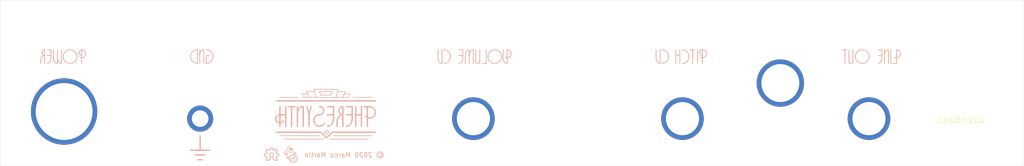
<source format=kicad_pcb>
(kicad_pcb (version 20221018) (generator pcbnew)
  (layers (0 "F.Cu" signal) (31 "B.Cu" signal) (34 "B.Paste" user) (35 "F.Paste" user) (36 "B.SilkS" user "B.Silkscreen") (37 "F.SilkS" user "F.Silkscreen") (38 "B.Mask" user) (39 "F.Mask" user) (44 "Edge.Cuts" user))
  (net 0 "")
  (footprint "theresynth-backpanel:PotentiometerPanel_Hole" (layer "F.Cu") (at 162.8 45.5)
    (fp_text reference "REF**" hide)
    (fp_text value "PotentiometerPanel_Hole" hide)
    (pad "1" thru_hole circle (at -106.3 6) (size 14 14) (drill 12) (layers "*.Cu" "*.Mask"))
  )
  (footprint "theresynth-backpanel:stereo_jack_panel_hole" (layer "F.Cu") (at 142.85 53)
    (fp_text reference "REF**" hide)
    (fp_text value "stereo_jack_panel_hole" hide)
    (pad "1" thru_hole circle (at 0 0) (size 9 9) (drill 7) (layers "*.Cu" "*.Mask"))
  )
  (footprint "theresynth-backpanel:stereo_jack_panel_hole" (layer "F.Cu") (at 186.4 53)
    (fp_text reference "REF**" hide)
    (fp_text value "stereo_jack_panel_hole" hide)
    (pad "1" thru_hole circle (at 0.55 0) (size 9 9) (drill 7) (layers "*.Cu" "*.Mask"))
  )
  (footprint "theresynth-backpanel:stereo_jack_panel_hole" (layer "F.Cu") (at 226.3 53)
    (fp_text reference "REF**" hide)
    (fp_text value "stereo_jack_panel_hole" hide)
    (pad "1" thru_hole circle (at 0 0) (size 9 9) (drill 7) (layers "*.Cu" "*.Mask"))
  )
  (footprint "theresynth-backpanel:led_panel_hole" (layer "F.Cu") (at 85.2 58.97)
    (fp_text reference "REF**" hide)
    (fp_text value "led_panel_hole" hide)
    (pad "1" thru_hole circle (at 0 -5.97) (size 5.5 5.5) (drill 3.5) (layers "*.Cu" "*.Mask"))
  )
  (footprint "theresynth-backpanel:PotentiometerPanel_Hole" (layer "F.Cu") (at 207.6 45.77)
    (fp_text reference "REF**" (at 0 0.5) (layer "F.SilkS"))
    (fp_text value "PotentiometerPanel_Hole")
    (pad "1" thru_hole circle (at 0 -0.27) (size 10 10) (drill 8) (layers "*.Cu" "*.Mask"))
  )
  (gr_curve (pts (xy 136.243308 41.361339) (xy 135.733072 41.361339) (xy 135.392913 40.851103) (xy 135.392913 40.170788)) (stroke (width 0.18)) (layer "B.SilkS"))
  (gr_curve (pts (xy 138.025541 39.919257) (xy 138.025542 40.301721) (xy 137.873608 40.66852) (xy 137.603165 40.938963)) (stroke (width 0.18)) (layer "B.SilkS"))
  (gr_curve (pts (xy 136.583459 38.477176) (xy 137.379899 38.477176) (xy 138.025541 39.122817) (xy 138.025541 39.919257)) (stroke (width 0.18)) (layer "B.SilkS"))
  (gr_line (start 135.392913 40.170788) (end 135.392913 38.47) (stroke (width 0.18)) (layer "B.SilkS"))
  (gr_line (start 136.243308 38.47) (end 136.243308 41.361339) (stroke (width 0.18)) (layer "B.SilkS"))
  (gr_curve (pts (xy 137.603165 40.938963) (xy 137.332722 41.209406) (xy 136.965923 41.361339) (xy 136.583459 41.361339)) (stroke (width 0.18)) (layer "B.SilkS"))
  (gr_line (start 110.373504 47.295764) (end 113.092421 47.295764) (stroke (width 0.15)) (layer "B.SilkS"))
  (gr_line (start 139.765356 39.67315) (end 140.615749 39.67315) (stroke (width 0.18)) (layer "B.SilkS"))
  (gr_curve (pts (xy 223.43264 39.917265) (xy 223.43264 39.402059) (xy 223.7075 38.925989) (xy 224.153681 38.668385)) (stroke (width 0.18)) (layer "B.SilkS"))
  (gr_curve (pts (xy 103.435358 60.67214) (xy 103.473938 60.64978) (xy 103.497704 60.608458) (xy 103.497704 60.56374)) (stroke (width 0.12)) (layer "B.SilkS"))
  (gr_line (start 230.400789 41.361339) (end 230.400789 38.47) (stroke (width 0.18)) (layer "B.SilkS"))
  (gr_line (start 145.548033 41.373937) (end 144.697639 41.373937) (stroke (width 0.18)) (layer "B.SilkS"))
  (gr_curve (pts (xy 143.549725 41.322429) (xy 143.41822 41.252149) (xy 143.33721 41.122267) (xy 143.33721 40.981707)) (stroke (width 0.18)) (layer "B.SilkS"))
  (gr_curve (pts (xy 110.392268 52.190886) (xy 109.806582 52.190886) (xy 109.305437 52.609322) (xy 109.203735 53.183733)) (stroke (width 0.3)) (layer "B.SilkS"))
  (gr_line (start 117.272032 52.896636) (end 117.272032 50.478775) (stroke (width 0.3)) (layer "B.SilkS"))
  (gr_line (start 100.112061 61.074126) (end 99.845323 61.718706) (stroke (width 0.18)) (layer "B.SilkS"))
  (gr_curve (pts (xy 99.170505 60.953931) (xy 99.167741 60.945179) (xy 99.158153 60.936606) (xy 99.149107 60.934964)) (stroke (width 0.18)) (layer "B.SilkS"))
  (gr_curve (pts (xy 103.473035 61.096124) (xy 104.416659 61.696018) (xy 105.47087 61.703107) (xy 105.117253 60.055589)) (stroke (width 0.12)) (layer "B.SilkS"))
  (gr_line (start 121.451641 48.52) (end 117.517891 48.52) (stroke (width 0.15)) (layer "B.SilkS"))
  (gr_curve (pts (xy 101.376202 60.36) (xy 101.379213 60.368685) (xy 101.38905 60.377145) (xy 101.398095 60.378832)) (stroke (width 0.18)) (layer "B.SilkS"))
  (gr_line (start 229.550395 39.660551) (end 229.550395 38.470001) (stroke (width 0.18)) (layer "B.SilkS"))
  (gr_curve (pts (xy 191.953252 39.019222) (xy 192.073295 39.349037) (xy 191.97424 39.718715) (xy 191.705372 39.944321)) (stroke (width 0.18)) (layer "B.SilkS"))
  (gr_curve (pts (xy 99.694686 61.657461) (xy 99.686769 61.652848) (xy 99.674121 61.653231) (xy 99.666561 61.658429)) (stroke (width 0.18)) (layer "B.SilkS"))
  (gr_line (start 141.125986 39.67315) (end 141.125986 41.373937) (stroke (width 0.18)) (layer "B.SilkS"))
  (gr_line (start 98.78823 60.447615) (end 99.158108 60.378832) (stroke (width 0.18)) (layer "B.SilkS"))
  (gr_curve (pts (xy 141.976379 38.482599) (xy 141.466143 38.482599) (xy 141.125986 38.992835) (xy 141.125986 39.67315)) (stroke (width 0.18)) (layer "B.SilkS"))
  (gr_curve (pts (xy 104.166467 59.438445) (xy 104.166467 59.51023) (xy 104.204618 59.576563) (xy 104.266549 59.612456)) (stroke (width 0.12)) (layer "B.SilkS"))
  (gr_line (start 104.487343 54.641163) (end 104.487343 50.478775) (stroke (width 0.3)) (layer "B.SilkS"))
  (gr_curve (pts (xy 112.108984 54.610557) (xy 112.846563 54.610557) (xy 113.338281 53.876021) (xy 113.338281 52.896636)) (stroke (width 0.3)) (layer "B.SilkS"))
  (gr_line (start 85.956694 41.358977) (end 85.956694 38.467638) (stroke (width 0.18)) (layer "B.SilkS"))
  (gr_line (start 112.108984 52.192701) (end 113.338281 52.192701) (stroke (width 0.3)) (layer "B.SilkS"))
  (gr_line (start 101.784352 60.46737) (end 101.78433 60.848047) (stroke (width 0.18)) (layer "B.SilkS"))
  (gr_curve (pts (xy 190.553422 39.065941) (xy 190.553422 39.394336) (xy 190.819638 39.660551) (xy 191.148033 39.660551)) (stroke (width 0.18)) (layer "B.SilkS"))
  (gr_curve (pts (xy 86.466929 38.472343) (xy 87.26337 38.472343) (xy 87.909011 39.117985) (xy 87.909011 39.914425)) (stroke (width 0.18)) (layer "B.SilkS"))
  (gr_curve (pts (xy 58.482151 38.666023) (xy 58.928333 38.923626) (xy 59.203192 39.399697) (xy 59.203192 39.914903)) (stroke (width 0.18)) (layer "B.SilkS"))
  (gr_curve (pts (xy 232.887818 39.025949) (xy 233.007861 39.355763) (xy 232.908806 39.725441) (xy 232.639938 39.951048)) (stroke (width 0.18)) (layer "B.SilkS"))
  (gr_line (start 101.208554 59.458065) (end 101.477743 59.727232) (stroke (width 0.18)) (layer "B.SilkS"))
  (gr_curve (pts (xy 182.583459 38.477176) (xy 183.379899 38.477176) (xy 184.025541 39.122817) (xy 184.025541 39.919257)) (stroke (width 0.18)) (layer "B.SilkS"))
  (gr_curve (pts (xy 58.482151 41.163782) (xy 58.03597 41.421385) (xy 57.486251 41.421385) (xy 57.040069 41.163782)) (stroke (width 0.18)) (layer "B.SilkS"))
  (gr_line (start 107.758003 50.478775) (end 108.175234 52.192701) (stroke (width 0.3)) (layer "B.SilkS"))
  (gr_curve (pts (xy 104.12 59.281808) (xy 103.985078 59.360003) (xy 103.901962 59.504514) (xy 103.901962 59.660904)) (stroke (width 0.12)) (layer "B.SilkS"))
  (gr_line (start 114.075859 53.906631) (end 114.075859 54.641172) (stroke (width 0.3)) (layer "B.SilkS"))
  (gr_curve (pts (xy 115.305156 52.192701) (xy 114.567578 52.192701) (xy 114.075859 52.927241) (xy 114.075859 53.906631)) (stroke (width 0.3)) (layer "B.SilkS"))
  (gr_curve (pts (xy 224.153681 41.166145) (xy 223.7075 40.908541) (xy 223.43264 40.432471) (xy 223.43264 39.917265)) (stroke (width 0.18)) (layer "B.SilkS"))
  (gr_line (start 115.305156 54.641172) (end 115.305156 50.478775) (stroke (width 0.3)) (layer "B.SilkS"))
  (gr_line (start 86.2 60.67) (end 84.2 60.67) (stroke (width 0.3)) (layer "B.SilkS"))
  (gr_curve (pts (xy 99.977894 59.57214) (xy 99.986601 59.569259) (xy 99.995084 59.559517) (xy 99.996794 59.550495)) (stroke (width 0.18)) (layer "B.SilkS"))
  (gr_line (start 101.183012 61.85976) (end 100.889657 61.658407) (stroke (width 0.18)) (layer "B.SilkS"))
  (gr_line (start 222.066925 40.976233) (end 222.066925 38.475649) (stroke (width 0.18)) (layer "B.SilkS"))
  (gr_curve (pts (xy 60.2126 38.467638) (xy 59.884205 38.467638) (xy 59.617989 38.735184) (xy 59.617989 39.063579)) (stroke (width 0.18)) (layer "B.SilkS"))
  (gr_line (start 185.535434 41.361339) (end 185.535434 38.47) (stroke (width 0.18)) (layer "B.SilkS"))
  (gr_line (start 115.598452 47.785459) (end 116.780313 47.785459) (stroke (width 0.15)) (layer "B.SilkS"))
  (gr_curve (pts (xy 83.576362 40.936602) (xy 83.846804 41.207045) (xy 84.213604 41.358978) (xy 84.596068 41.358978)) (stroke (width 0.18)) (layer "B.SilkS"))
  (gr_line (start 115.305156 50.478775) (end 115.305156 50.478775) (stroke (width 0.3)) (layer "B.SilkS"))
  (gr_line (start 104.370206 58.936117) (end 103.730391 58.943294) (stroke (width 0.12)) (layer "B.SilkS"))
  (gr_line (start 122.189219 49.25454) (end 101.291173 49.25454) (stroke (width 0.3)) (layer "B.SilkS"))
  (gr_line (start 104.909939 60.400042) (end 105.631965 61.82091) (stroke (width 0.12)) (layer "B.SilkS"))
  (gr_curve (pts (xy 101.76795 60.447615) (xy 101.776994 60.449325) (xy 101.784352 60.45819) (xy 101.784352 60.46737)) (stroke (width 0.18)) (layer "B.SilkS"))
  (gr_line (start 103.749764 50.478775) (end 105.224921 50.478775) (stroke (width 0.3)) (layer "B.SilkS"))
  (gr_line (start 116.042734 52.192701) (end 117.272032 52.192701) (stroke (width 0.3)) (layer "B.SilkS"))
  (gr_line (start 105.716639 52.192701) (end 105.716639 50.478775) (stroke (width 0.3)) (layer "B.SilkS"))
  (gr_line (start 144.187403 40.983068) (end 144.187267 40.981707) (stroke (width 0.18)) (layer "B.SilkS"))
  (gr_line (start 111.863124 57.089634) (end 110.63383 55.865403) (stroke (width 0.3)) (layer "B.SilkS"))
  (gr_line (start 108.593925 50.478775) (end 108.175234 52.192701) (stroke (width 0.3)) (layer "B.SilkS"))
  (gr_curve (pts (xy 83.153985 39.916896) (xy 83.153985 40.29936) (xy 83.305919 40.666159) (xy 83.576362 40.936602)) (stroke (width 0.18)) (layer "B.SilkS"))
  (gr_curve (pts (xy 110.387968 50.478775) (xy 110.487396 50.47835) (xy 110.588255 50.494975) (xy 110.68625 50.530496)) (stroke (width 0.3)) (layer "B.SilkS"))
  (gr_curve (pts (xy 139.765356 41.352677) (xy 140.275592 41.352677) (xy 140.615749 40.842441) (xy 140.615749 40.162126)) (stroke (width 0.18)) (layer "B.SilkS"))
  (gr_line (start 149.119686 40.183386) (end 149.119686 38.482599) (stroke (width 0.18)) (layer "B.SilkS"))
  (gr_line (start 121.451641 56.599939) (end 113.338281 56.599939) (stroke (width 0.15)) (layer "B.SilkS"))
  (gr_line (start 119.730626 50.478775) (end 120.959923 50.478775) (stroke (width 0.3)) (layer "B.SilkS"))
  (gr_line (start 101.480108 59.752792) (end 101.264579 60.066892) (stroke (width 0.18)) (layer "B.SilkS"))
  (gr_line (start 55.96063 38.467638) (end 55.96063 41.358977) (stroke (width 0.18)) (layer "B.SilkS"))
  (gr_line (start 188.596852 38.47) (end 189.617324 38.47) (stroke (width 0.18)) (layer "B.SilkS"))
  (gr_line (start 140.615749 38.482599) (end 139.765356 38.482599) (stroke (width 0.18)) (layer "B.SilkS"))
  (gr_line (start 103.901962 59.660904) (end 103.901962 59.660904) (stroke (width 0.12)) (layer "B.SilkS"))
  (gr_curve (pts (xy 52.388978 39.658191) (xy 51.878741 39.658191) (xy 51.538584 40.168427) (xy 51.538584 40.848742)) (stroke (width 0.18)) (layer "B.SilkS"))
  (gr_curve (pts (xy 52.899214 41.358977) (xy 53.40945 41.358977) (xy 53.749608 40.84874) (xy 53.749608 40.168426)) (stroke (width 0.18)) (layer "B.SilkS"))
  (gr_line (start 99.347647 61.857419) (end 99.078434 61.588251) (stroke (width 0.18)) (layer "B.SilkS"))
  (gr_curve (pts (xy 100.834671 59.677102) (xy 100.842903 59.681153) (xy 100.855867 59.68023) (xy 100.863404 59.675032)) (stroke (width 0.18)) (layer "B.SilkS"))
  (gr_line (start 52.388978 38.46764) (end 52.388978 38.46764) (stroke (width 0.18)) (layer "B.SilkS"))
  (gr_line (start 85.106301 39.658189) (end 85.106301 38.467638) (stroke (width 0.18)) (layer "B.SilkS"))
  (gr_line (start 100.861532 61.657439) (end 100.732157 61.726514) (stroke (width 0.18)) (layer "B.SilkS"))
  (gr_line (start 120.468204 54.641163) (end 120.468204 50.478775) (stroke (width 0.3)) (layer "B.SilkS"))
  (gr_curve (pts (xy 84.596068 38.474814) (xy 84.213604 38.474814) (xy 83.846804 38.626747) (xy 83.576361 38.89719)) (stroke (width 0.18)) (layer "B.SilkS"))
  (gr_line (start 115.305156 48.52) (end 115.796875 47.295769) (stroke (width 0.15)) (layer "B.SilkS"))
  (gr_curve (pts (xy 101.480148 61.562647) (xy 101.485327 61.570207) (xy 101.484264 61.581727) (xy 101.477784 61.58823)) (stroke (width 0.18)) (layer "B.SilkS"))
  (gr_line (start 102.028752 56.599939) (end 110.387968 56.599939) (stroke (width 0.15)) (layer "B.SilkS"))
  (gr_curve (pts (xy 101.407139 60.934942) (xy 101.398117 60.936584) (xy 101.388465 60.945157) (xy 101.38572 60.95391)) (stroke (width 0.18)) (layer "B.SilkS"))
  (gr_curve (pts (xy 146.629949 38.675) (xy 147.076131 38.417397) (xy 147.625849 38.417397) (xy 148.072031 38.675)) (stroke (width 0.18)) (layer "B.SilkS"))
  (gr_curve (pts (xy 101.264579 60.066892) (xy 101.259401 60.074497) (xy 101.258593 60.087322) (xy 101.262802 60.09549)) (stroke (width 0.18)) (layer "B.SilkS"))
  (gr_line (start 149.97008 38.482599) (end 149.97008 41.373937) (stroke (width 0.18)) (layer "B.SilkS"))
  (gr_curve (pts (xy 103.662478 60.425159) (xy 103.662478 60.274555) (xy 103.540854 60.152467) (xy 103.390824 60.152467)) (stroke (width 0.12)) (layer "B.SilkS"))
  (gr_line (start 55.110238 38.467638) (end 55.110238 41.358977) (stroke (width 0.18)) (layer "B.SilkS"))
  (gr_curve (pts (xy 103.248318 60.56374) (xy 103.248318 60.608458) (xy 103.272084 60.64978) (xy 103.310665 60.67214)) (stroke (width 0.12)) (layer "B.SilkS"))
  (gr_curve (pts (xy 109.979495 54.521853) (xy 110.529859 54.721347) (xy 111.144603 54.49851) (xy 111.437446 53.993389)) (stroke (width 0.3)) (layer "B.SilkS"))
  (gr_line (start 106.700078 47.785459) (end 106.945937 48.52) (stroke (width 0.15)) (layer "B.SilkS"))
  (gr_curve (pts (xy 116.042734 54.610557) (xy 116.780313 54.610557) (xy 117.272032 53.876021) (xy 117.272032 52.896636)) (stroke (width 0.3)) (layer "B.SilkS"))
  (gr_line (start 108.175234 54.641163) (end 108.175234 52.192701) (stroke (width 0.3)) (layer "B.SilkS"))
  (gr_curve (pts (xy 56.319028 39.914903) (xy 56.319028 39.399697) (xy 56.593888 38.923626) (xy 57.040069 38.666023)) (stroke (width 0.18)) (layer "B.SilkS"))
  (gr_curve (pts (xy 228.189765 41.340079) (xy 228.700002 41.340079) (xy 229.040159 40.829843) (xy 229.040159 40.149528)) (stroke (width 0.18)) (layer "B.SilkS"))
  (gr_line (start 86.466929 41.358977) (end 86.466929 41.358977) (stroke (width 0.18)) (layer "B.SilkS"))
  (gr_curve (pts (xy 104.556075 60.04) (xy 104.690997 59.961805) (xy 104.774112 59.817294) (xy 104.774112 59.660904)) (stroke (width 0.12)) (layer "B.SilkS"))
  (gr_curve (pts (xy 103.497704 60.56374) (xy 103.497704 60.519021) (xy 103.473938 60.477699) (xy 103.435358 60.455339)) (stroke (width 0.12)) (layer "B.SilkS"))
  (gr_curve (pts (xy 55.110238 41.358977) (xy 54.6 41.358977) (xy 54.259846 40.84874) (xy 54.259846 40.168426)) (stroke (width 0.18)) (layer "B.SilkS"))
  (gr_line (start 228.189765 39.660551) (end 229.040159 39.660551) (stroke (width 0.18)) (layer "B.SilkS"))
  (gr_line (start 101.291173 55.865403) (end 101.291173 55.865403) (stroke (width 0.3)) (layer "B.SilkS"))
  (gr_curve (pts (xy 101.208572 61.857397) (xy 101.202092 61.863855) (xy 101.190594 61.864912) (xy 101.183012 61.85976)) (stroke (width 0.18)) (layer "B.SilkS"))
  (gr_line (start 109.158671 46.806069) (end 114.321719 46.806069) (stroke (width 0.15)) (layer "B.SilkS"))
  (gr_line (start 189.107088 41.361339) (end 189.107088 38.47) (stroke (width 0.18)) (layer "B.SilkS"))
  (gr_line (start 142.826773 41.373937) (end 142.826773 38.482599) (stroke (width 0.18)) (layer "B.SilkS"))
  (gr_curve (pts (xy 104.566798 59.438445) (xy 104.566798 59.366659) (xy 104.528646 59.300327) (xy 104.466715 59.264434)) (stroke (width 0.12)) (layer "B.SilkS"))
  (gr_curve (pts (xy 145.908908 39.92388) (xy 145.908908 39.408674) (xy 146.183767 38.932604) (xy 146.629949 38.675)) (stroke (width 0.18)) (layer "B.SilkS"))
  (gr_line (start 105.716639 52.192701) (end 105.716639 54.641163) (stroke (width 0.3)) (layer "B.SilkS"))
  (gr_curve (pts (xy 100.889657 61.658407) (xy 100.882097 61.653232) (xy 100.86943 61.652827) (xy 100.861532 61.657439)) (stroke (width 0.18)) (layer "B.SilkS"))
  (gr_line (start 229.550395 38.470001) (end 229.550395 38.470001) (stroke (width 0.18)) (layer "B.SilkS"))
  (gr_line (start 85.106301 38.467638) (end 85.106301 38.467638) (stroke (width 0.18)) (layer "B.SilkS"))
  (gr_line (start 101.262802 60.09549) (end 101.376202 60.36) (stroke (width 0.18)) (layer "B.SilkS"))
  (gr_curve (pts (xy 103.390824 60.152467) (xy 103.240794 60.152467) (xy 103.119171 60.274555) (xy 103.119171 60.425159)) (stroke (width 0.12)) (layer "B.SilkS"))
  (gr_line (start 53.749608 38.488898) (end 52.899214 38.488898) (stroke (width 0.18)) (layer "B.SilkS"))
  (gr_line (start 60.2126 38.467638) (end 60.2126 38.467638) (stroke (width 0.18)) (layer "B.SilkS"))
  (gr_line (start 101.38572 60.95391) (end 101.273084 61.235272) (stroke (width 0.18)) (layer "B.SilkS"))
  (gr_curve (pts (xy 225.595763 38.668385) (xy 226.041945 38.925989) (xy 226.316804 39.402059) (xy 226.316804 39.917265)) (stroke (width 0.18)) (layer "B.SilkS"))
  (gr_curve (pts (xy 101.477743 59.727232) (xy 101.484223 59.733735) (xy 101.485303 59.745232) (xy 101.480108 59.752792)) (stroke (width 0.18)) (layer "B.SilkS"))
  (gr_line (start 99.373138 59.455702) (end 99.692751 59.675032) (stroke (width 0.18)) (layer "B.SilkS"))
  (gr_line (start 99.07607 61.562669) (end 99.281023 61.264026) (stroke (width 0.18)) (layer "B.SilkS"))
  (gr_curve (pts (xy 120.959721 50.480421) (xy 121.505957 50.480421) (xy 121.984091 50.845796) (xy 122.125466 51.371246)) (stroke (width 0.3)) (layer "B.SilkS"))
  (gr_line (start 111.863124 56.355093) (end 112.354844 55.865403) (stroke (width 0.15)) (layer "B.SilkS"))
  (gr_line (start 111.740195 48.52) (end 109.65039 48.52) (stroke (width 0.15)) (layer "B.SilkS"))
  (gr_line (start 100.071851 61.030206) (end 100.104229 61.050029) (stroke (width 0.18)) (layer "B.SilkS"))
  (gr_curve (pts (xy 60.770713 39.941959) (xy 60.501845 40.167565) (xy 60.120583 40.200921) (xy 59.816624 40.02543)) (stroke (width 0.18)) (layer "B.SilkS"))
  (gr_line (start 141.976379 41.373937) (end 141.976379 38.482599) (stroke (width 0.18)) (layer "B.SilkS"))
  (gr_line (start 99.18 60.36) (end 99.293377 60.09549) (stroke (width 0.18)) (layer "B.SilkS"))
  (gr_line (start 101.291173 55.865403) (end 101.291173 55.865403) (stroke (width 0.3)) (layer "B.SilkS"))
  (gr_line (start 143.33721 40.981707) (end 143.33704 40.983238) (stroke (width 0.18)) (layer "B.SilkS"))
  (gr_line (start 107.881938 47.785459) (end 106.700078 47.785459) (stroke (width 0.15)) (layer "B.SilkS"))
  (gr_curve (pts (xy 114.44561 51.336695) (xy 114.44561 51.80945) (xy 114.830441 52.192701) (xy 115.305156 52.192701)) (stroke (width 0.3)) (layer "B.SilkS"))
  (gr_line (start 220.706301 38.47) (end 221.726773 38.47) (stroke (width 0.18)) (layer "B.SilkS"))
  (gr_line (start 53.749608 40.168426) (end 53.749608 38.488898) (stroke (width 0.18)) (layer "B.SilkS"))
  (gr_line (start 148.793072 39.92388) (end 148.793072 39.92388) (stroke (width 0.18)) (layer "B.SilkS"))
  (gr_line (start 102.028749 54.641163) (end 102.028749 50.478775) (stroke (width 0.3)) (layer "B.SilkS"))
  (gr_curve (pts (xy 232.639938 39.951048) (xy 232.371071 40.176654) (xy 231.989809 40.21001) (xy 231.68585 40.034519)) (stroke (width 0.18)) (layer "B.SilkS"))
  (gr_line (start 111.863124 55.375708) (end 111.371406 55.865403) (stroke (width 0.15)) (layer "B.SilkS"))
  (gr_curve (pts (xy 222.704639 41.315424) (xy 222.573134 41.385704) (xy 222.411115 41.385704) (xy 222.279611 41.315424)) (stroke (width 0.18)) (layer "B.SilkS"))
  (gr_line (start 51.538584 40.848742) (end 51.538584 41.358978) (stroke (width 0.18)) (layer "B.SilkS"))
  (gr_curve (pts (xy 99.281023 61.264026) (xy 99.286193 61.256466) (xy 99.287162 61.243551) (xy 99.28314 61.235294)) (stroke (width 0.18)) (layer "B.SilkS"))
  (gr_curve (pts (xy 100.559339 59.550495) (xy 100.561048 59.559517) (xy 100.569508 59.56926) (xy 100.578239 59.57214)) (stroke (width 0.18)) (layer "B.SilkS"))
  (gr_line (start 111.732962 48.030305) (end 110.632451 48.030305) (stroke (width 0.15)) (layer "B.SilkS"))
  (gr_line (start 191.148033 38.47) (end 191.148033 38.47) (stroke (width 0.18)) (layer "B.SilkS"))
  (gr_curve (pts (xy 99.076069 59.752792) (xy 99.070916 59.745232) (xy 99.071928 59.733735) (xy 99.078433 59.727232)) (stroke (width 0.18)) (layer "B.SilkS"))
  (gr_curve (pts (xy 100.732157 61.726514) (xy 100.723968 61.730699) (xy 100.714405 61.727169) (xy 100.710895 61.718684)) (stroke (width 0.18)) (layer "B.SilkS"))
  (gr_curve (pts (xy 99.857135 60.659901) (xy 99.857135 60.808896) (xy 99.934602 60.939734) (xy 100.051421 61.014524)) (stroke (width 0.18)) (layer "B.SilkS"))
  (gr_line (start 109.65039 48.52) (end 109.158671 46.806069) (stroke (width 0.15)) (layer "B.SilkS"))
  (gr_line (start 101.291173 55.865403) (end 101.291173 55.865403) (stroke (width 0.3)) (layer "B.SilkS"))
  (gr_line (start 113.83 48.52) (end 111.740195 48.52) (stroke (width 0.15)) (layer "B.SilkS"))
  (gr_line (start 110.392268 52.190886) (end 110.392268 52.190886) (stroke (width 0.3)) (layer "B.SilkS"))
  (gr_curve (pts (xy 105.110105 60.023297) (xy 104.825723 60.702113) (xy 104.25191 61.005476) (xy 103.448015 61.081772)) (stroke (width 0.12)) (layer "B.SilkS"))
  (gr_curve (pts (xy 100.051421 61.014524) (xy 100.057748 61.020284) (xy 100.065889 61.026561) (xy 100.071851 61.030206)) (stroke (width 0.18)) (layer "B.SilkS"))
  (gr_line (start 103.540949 59.79725) (end 102.861815 60.044825) (stroke (width 0.12)) (layer "B.SilkS"))
  (gr_line (start 181.392913 40.170788) (end 181.392913 38.47) (stroke (width 0.18)) (layer "B.SilkS"))
  (gr_curve (pts (xy 148.793072 39.92388) (xy 148.793072 40.439086) (xy 148.518213 40.915156) (xy 148.072031 41.17276)) (stroke (width 0.18)) (layer "B.SilkS"))
  (gr_curve (pts (xy 109.203735 53.183733) (xy 109.102033 53.758144) (xy 109.429132 54.322363) (xy 109.979495 54.521853)) (stroke (width 0.3)) (layer "B.SilkS"))
  (gr_line (start 101.398095 60.378832) (end 101.76795 60.447615) (stroke (width 0.18)) (layer "B.SilkS"))
  (gr_line (start 230.911025 41.361339) (end 230.911025 38.47) (stroke (width 0.18)) (layer "B.SilkS"))
  (gr_line (start 118.00961 52.192701) (end 119.238907 52.192701) (stroke (width 0.3)) (layer "B.SilkS"))
  (gr_curve (pts (xy 101.273084 61.235272) (xy 101.269053 61.243529) (xy 101.270006 61.256445) (xy 101.275219 61.264005)) (stroke (width 0.18)) (layer "B.SilkS"))
  (gr_curve (pts (xy 186.896066 38.477176) (xy 187.692506 38.477176) (xy 188.338148 39.122817) (xy 188.338148 39.919257)) (stroke (width 0.18)) (layer "B.SilkS"))
  (gr_line (start 112.600703 57.334479) (end 120.714063 57.334479) (stroke (width 0.15)) (layer "B.SilkS"))
  (gr_line (start 229.040159 38.47) (end 228.189765 38.47) (stroke (width 0.18)) (layer "B.SilkS"))
  (gr_line (start 112.354844 55.865403) (end 111.863124 55.375708) (stroke (width 0.15)) (layer "B.SilkS"))
  (gr_curve (pts (xy 122.125466 51.371246) (xy 122.266842 51.896696) (xy 122.036208 52.451201) (xy 121.563155 52.723194)) (stroke (width 0.3)) (layer "B.SilkS"))
  (gr_line (start 229.040159 40.149528) (end 229.040159 38.47) (stroke (width 0.18)) (layer "B.SilkS"))
  (gr_curve (pts (xy 57.040069 41.163782) (xy 56.593888 40.906179) (xy 56.319028 40.430109) (xy 56.319028 39.914903)) (stroke (width 0.18)) (layer "B.SilkS"))
  (gr_line (start 106.945937 54.641163) (end 106.945937 50.478775) (stroke (width 0.3)) (layer "B.SilkS"))
  (gr_line (start 112.833475 48.030305) (end 111.732962 48.030305) (stroke (width 0.15)) (layer "B.SilkS"))
  (gr_line (start 118.00961 54.641163) (end 118.00961 50.478775) (stroke (width 0.3)) (layer "B.SilkS"))
  (gr_curve (pts (xy 103.310665 60.67214) (xy 103.349245 60.6945) (xy 103.396778 60.6945) (xy 103.435358 60.67214)) (stroke (width 0.12)) (layer "B.SilkS"))
  (gr_curve (pts (xy 230.400789 38.47) (xy 229.890552 38.47) (xy 229.550395 38.980237) (xy 229.550395 39.660551)) (stroke (width 0.18)) (layer "B.SilkS"))
  (gr_curve (pts (xy 100.104229 61.050029) (xy 100.112019 61.054822) (xy 100.115569 61.065644) (xy 100.112061 61.074126)) (stroke (width 0.18)) (layer "B.SilkS"))
  (gr_line (start 222.91729 38.475594) (end 222.91729 40.976063) (stroke (width 0.18)) (layer "B.SilkS"))
  (gr_curve (pts (xy 146.629949 41.17276) (xy 146.183767 40.915156) (xy 145.908908 40.439086) (xy 145.908908 39.92388)) (stroke (width 0.18)) (layer "B.SilkS"))
  (gr_line (start 101.767928 60.867802) (end 101.407139 60.934942) (stroke (width 0.18)) (layer "B.SilkS"))
  (gr_line (start 101.275219 61.264005) (end 101.480148 61.562647) (stroke (width 0.18)) (layer "B.SilkS"))
  (gr_line (start 222.91729 40.976063) (end 222.917154 40.974702) (stroke (width 0.18)) (layer "B.SilkS"))
  (gr_curve (pts (xy 149.97008 41.373937) (xy 149.459844 41.373937) (xy 149.119686 40.863701) (xy 149.119686 40.183386)) (stroke (width 0.18)) (layer "B.SilkS"))
  (gr_curve (pts (xy 222.279611 41.315424) (xy 222.148106 41.245145) (xy 222.067095 41.115262) (xy 222.067095 40.974702)) (stroke (width 0.18)) (layer "B.SilkS"))
  (gr_curve (pts (xy 100.484344 61.030206) (xy 100.490331 61.026562) (xy 100.498451 61.020284) (xy 100.504819 61.014524)) (stroke (width 0.18)) (layer "B.SilkS"))
  (gr_line (start 113.83 48.52) (end 115.305156 48.52) (stroke (width 0.15)) (layer "B.SilkS"))
  (gr_curve (pts (xy 59.617989 39.063579) (xy 59.617989 39.391974) (xy 59.884205 39.658189) (xy 60.2126 39.658189)) (stroke (width 0.18)) (layer "B.SilkS"))
  (gr_line (start 85.6 61.67) (end 84.7 61.67) (stroke (width 0.3)) (layer "B.SilkS"))
  (gr_line (start 85.2 56.67) (end 85.2 59.67) (stroke (width 0.3)) (layer "B.SilkS"))
  (gr_line (start 105.716639 50.478775) (end 105.716639 50.478775) (stroke (width 0.3)) (layer "B.SilkS"))
  (gr_line (start 226.316804 39.917265) (end 226.316804 39.917265) (stroke (width 0.18)) (layer "B.SilkS"))
  (gr_line (start 99.149107 60.934964) (end 98.78832 60.867824) (stroke (width 0.18)) (layer "B.SilkS"))
  (gr_curve (pts (xy 104.266549 59.612456) (xy 104.328481 59.648349) (xy 104.404784 59.648349) (xy 104.466715 59.612456)) (stroke (width 0.12)) (layer "B.SilkS"))
  (gr_line (start 102.861815 60.044825) (end 102.908282 60.446687) (stroke (width 0.12)) (layer "B.SilkS"))
  (gr_line (start 109.65039 48.52) (end 108.175234 48.52) (stroke (width 0.15)) (layer "B.SilkS"))
  (gr_line (start 103.258046 54.641163) (end 103.258046 50.478775) (stroke (width 0.3)) (layer "B.SilkS"))
  (gr_curve (pts (xy 87.909011 39.914425) (xy 87.909011 40.710864) (xy 87.26337 41.358977) (xy 86.466929 41.358977)) (stroke (width 0.18)) (layer "B.SilkS"))
  (gr_line (start 100.710895 61.718684) (end 100.444135 61.074126) (stroke (width 0.18)) (layer "B.SilkS"))
  (gr_curve (pts (xy 104.266549 59.264434) (xy 104.204618 59.300327) (xy 104.166467 59.366659) (xy 104.166467 59.438445)) (stroke (width 0.12)) (layer "B.SilkS"))
  (gr_curve (pts (xy 101.78433 60.848047) (xy 101.78433 60.857227) (xy 101.776949 60.86616) (xy 101.767928 60.867802)) (stroke (width 0.18)) (layer "B.SilkS"))
  (gr_curve (pts (xy 182.243308 41.361339) (xy 181.733072 41.361339) (xy 181.392913 40.851103) (xy 181.392913 40.170788)) (stroke (width 0.18)) (layer "B.SilkS"))
  (gr_line (start 84.596068 41.361448) (end 84.596068 38.470109) (stroke (width 0.18)) (layer "B.SilkS"))
  (gr_curve (pts (xy 101.167537 52.900901) (xy 101.095103 53.310004) (xy 101.328067 53.711848) (xy 101.720043 53.853928)) (stroke (width 0.3)) (layer "B.SilkS"))
  (gr_line (start 103.730391 58.943294) (end 103.540949 59.79725) (stroke (width 0.12)) (layer "B.SilkS"))
  (gr_curve (pts (xy 191.148033 38.47) (xy 190.819638 38.47) (xy 190.553422 38.737546) (xy 190.553422 39.065941)) (stroke (width 0.18)) (layer "B.SilkS"))
  (gr_line (start 145.548033 38.482599) (end 145.548033 41.373937) (stroke (width 0.18)) (layer "B.SilkS"))
  (gr_line (start 103.959152 61.010011) (end 104.488161 62.072074) (stroke (width 0.12)) (layer "B.SilkS"))
  (gr_curve (pts (xy 103.390824 60.69785) (xy 103.540854 60.69785) (xy 103.662478 60.575762) (xy 103.662478 60.425159)) (stroke (width 0.12)) (layer "B.SilkS"))
  (gr_curve (pts (xy 104.774112 59.660904) (xy 104.774112 59.504514) (xy 104.690997 59.360003) (xy 104.556075 59.281808)) (stroke (width 0.12)) (layer "B.SilkS"))
  (gr_curve (pts (xy 52.388978 38.46764) (xy 52.060583 38.46764) (xy 51.794367 38.735183) (xy 51.794367 39.063578)) (stroke (width 0.18)) (layer "B.SilkS"))
  (gr_line (start 99.291574 60.066892) (end 99.076069 59.752792) (stroke (width 0.18)) (layer "B.SilkS"))
  (gr_curve (pts (xy 111.238757 51.483524) (xy 111.166322 51.892627) (xy 110.809401 52.190886) (xy 110.392268 52.190886)) (stroke (width 0.3)) (layer "B.SilkS"))
  (gr_curve (pts (xy 104.12 60.04) (xy 104.254922 60.118195) (xy 104.421153 60.118195) (xy 104.556075 60.04)) (stroke (width 0.12)) (layer "B.SilkS"))
  (gr_curve (pts (xy 99.347601 59.458065) (xy 99.354106 59.451562) (xy 99.365578 59.450505) (xy 99.373138 59.455702)) (stroke (width 0.18)) (layer "B.SilkS"))
  (gr_line (start 122.189219 55.865403) (end 113.092421 55.865403) (stroke (width 0.3)) (layer "B.SilkS"))
  (gr_curve (pts (xy 232.103289 38.476616) (xy 232.45427 38.476616) (xy 232.767775 38.696134) (xy 232.887818 39.025949)) (stroke (width 0.18)) (layer "B.SilkS"))
  (gr_line (start 99.721483 59.677102) (end 99.977894 59.57214) (stroke (width 0.18)) (layer "B.SilkS"))
  (gr_curve (pts (xy 102.014026 52.193539) (xy 101.596894 52.193539) (xy 101.239972 52.491797) (xy 101.167537 52.900901)) (stroke (width 0.3)) (layer "B.SilkS"))
  (gr_curve (pts (xy 222.917154 40.974702) (xy 222.917154 41.115262) (xy 222.836144 41.245145) (xy 222.704639 41.315424)) (stroke (width 0.18)) (layer "B.SilkS"))
  (gr_curve (pts (xy 148.072031 41.17276) (xy 147.625849 41.430363) (xy 147.076131 41.430363) (xy 146.629949 41.17276)) (stroke (width 0.18)) (layer "B.SilkS"))
  (gr_curve (pts (xy 99.373184 61.859781) (xy 99.365624 61.864934) (xy 99.354104 61.863876) (xy 99.347647 61.857419)) (stroke (width 0.18)) (layer "B.SilkS"))
  (gr_line (start 106.945937 48.52) (end 108.175234 48.52) (stroke (width 0.15)) (layer "B.SilkS"))
  (gr_curve (pts (xy 103.310665 60.455339) (xy 103.272084 60.477699) (xy 103.248318 60.519021) (xy 103.248318 60.56374)) (stroke (width 0.12)) (layer "B.SilkS"))
  (gr_curve (pts (xy 188.338148 39.919257) (xy 188.338148 40.301721) (xy 188.186215 40.66852) (xy 187.915772 40.938963)) (stroke (width 0.18)) (layer "B.SilkS"))
  (gr_line (start 117.272032 50.478775) (end 116.042734 50.478775) (stroke (width 0.3)) (layer "B.SilkS"))
  (gr_poly (pts (xy 103.32 60.6) (xy 103.43 60.62) (xy 103.43 60.5) (xy 103.31 60.5)) (stroke (width 0.1)) (fill solid) (layer "B.SilkS"))
  (gr_curve (pts (xy 187.915772 40.938963) (xy 187.645329 41.209406) (xy 187.27853 41.361339) (xy 186.896066 41.361339)) (stroke (width 0.18)) (layer "B.SilkS"))
  (gr_line (start 232.101576 38.47) (end 232.101576 41.361339) (stroke (width 0.18)) (layer "B.SilkS"))
  (gr_line (start 87.2 59.67) (end 83.2 59.67) (stroke (width 0.3)) (layer "B.SilkS"))
  (gr_line (start 140.615749 40.162126) (end 140.615749 38.482599) (stroke (width 0.18)) (layer "B.SilkS"))
  (gr_line (start 113.092421 47.295764) (end 112.833475 48.030305) (stroke (width 0.15)) (layer "B.SilkS"))
  (gr_line (start 108.175234 48.52) (end 107.683515 47.295769) (stroke (width 0.15)) (layer "B.SilkS"))
  (gr_line (start 143.33704 40.983238) (end 143.33704 38.482648) (stroke (width 0.18)) (layer "B.SilkS"))
  (gr_line (start 105.962499 48.52) (end 102.028749 48.52) (stroke (width 0.15)) (layer "B.SilkS"))
  (gr_line (start 119.238907 54.641163) (end 119.238907 50.478775) (stroke (width 0.3)) (layer "B.SilkS"))
  (gr_curve (pts (xy 100.699107 60.659901) (xy 100.699107 60.427386) (xy 100.510602 60.238904) (xy 100.278109 60.238904)) (stroke (width 0.18)) (layer "B.SilkS"))
  (gr_line (start 107.683515 47.295769) (end 109.298101 47.295769) (stroke (width 0.15)) (layer "B.SilkS"))
  (gr_curve (pts (xy 184.025541 39.919257) (xy 184.025542 40.301721) (xy 183.873608 40.66852) (xy 183.603165 40.938963)) (stroke (width 0.18)) (layer "B.SilkS"))
  (gr_curve (pts (xy 150.506451 39.958178) (xy 150.237583 40.183784) (xy 149.856322 40.21714) (xy 149.552363 40.041649)) (stroke (width 0.18)) (layer "B.SilkS"))
  (gr_line (start 99.078433 59.727232) (end 99.347601 59.458065) (stroke (width 0.18)) (layer "B.SilkS"))
  (gr_curve (pts (xy 103.448015 61.081772) (xy 104.824469 63.089737) (xy 106.651306 62.310583) (xy 105.110105 60.023297)) (stroke (width 0.12)) (layer "B.SilkS"))
  (gr_curve (pts (xy 115.305156 50.478775) (xy 114.830441 50.478775) (xy 114.44561 50.863935) (xy 114.44561 51.336695)) (stroke (width 0.3)) (layer "B.SilkS"))
  (gr_curve (pts (xy 121.563155 52.723194) (xy 121.090101 52.995187) (xy 120.492583 52.916846) (xy 120.106336 52.532191)) (stroke (width 0.3)) (layer "B.SilkS"))
  (gr_curve (pts (xy 99.078434 61.588251) (xy 99.071929 61.581749) (xy 99.070874 61.570229) (xy 99.07607 61.562669)) (stroke (width 0.18)) (layer "B.SilkS"))
  (gr_line (start 100.488149 59.167927) (end 100.559339 59.550495) (stroke (width 0.18)) (layer "B.SilkS"))
  (gr_curve (pts (xy 57.040069 38.666023) (xy 57.486251 38.40842) (xy 58.03597 38.40842) (xy 58.482151 38.666023)) (stroke (width 0.18)) (layer "B.SilkS"))
  (gr_line (start 99.28314 61.235294) (end 99.170505 60.953931) (stroke (width 0.18)) (layer "B.SilkS"))
  (gr_line (start 103.497704 60.56374) (end 103.497704 60.56374) (stroke (width 0.12)) (layer "B.SilkS"))
  (gr_line (start 232.101576 41.361339) (end 231.251182 41.361339) (stroke (width 0.18)) (layer "B.SilkS"))
  (gr_curve (pts (xy 104.556075 59.281808) (xy 104.421153 59.203613) (xy 104.254922 59.203613) (xy 104.12 59.281808)) (stroke (width 0.12)) (layer "B.SilkS"))
  (gr_curve (pts (xy 103.119171 60.425159) (xy 103.119171 60.575762) (xy 103.240794 60.69785) (xy 103.390824 60.69785)) (stroke (width 0.12)) (layer "B.SilkS"))
  (gr_line (start 186.385828 41.361339) (end 186.385828 38.47) (stroke (width 0.18)) (layer "B.SilkS"))
  (gr_line (start 191.148033 41.361339) (end 191.148033 38.47) (stroke (width 0.18)) (layer "B.SilkS"))
  (gr_curve (pts (xy 59.203192 39.914903) (xy 59.203192 40.430109) (xy 58.928333 40.906179) (xy 58.482151 41.163782)) (stroke (width 0.18)) (layer "B.SilkS"))
  (gr_poly (pts (xy 104.25 59.32) (xy 104.23 59.53) (xy 104.48 59.55) (xy 104.53 59.3)) (stroke (width 0.1)) (fill solid) (layer "B.SilkS"))
  (gr_line (start 104.502459 60.794728) (end 105.224485 62.215596) (stroke (width 0.12)) (layer "B.SilkS"))
  (gr_curve (pts (xy 99.293377 60.09549) (xy 99.297604 60.087323) (xy 99.296796 60.074497) (xy 99.291574 60.066892)) (stroke (width 0.18)) (layer "B.SilkS"))
  (gr_curve (pts (xy 225.595763 41.166145) (xy 225.149582 41.423748) (xy 224.599863 41.423748) (xy 224.153681 41.166145)) (stroke (width 0.18)) (layer "B.SilkS"))
  (gr_line (start 101.477784 61.58823) (end 101.208572 61.857397) (stroke (width 0.18)) (layer "B.SilkS"))
  (gr_curve (pts (xy 100.504819 61.014524) (xy 100.621616 60.939734) (xy 100.699107 60.808896) (xy 100.699107 60.659901)) (stroke (width 0.18)) (layer "B.SilkS"))
  (gr_curve (pts (xy 60.234064 38.467528) (xy 60.585045 38.467527) (xy 60.89855 38.687045) (xy 61.018593 39.01686)) (stroke (width 0.18)) (layer "B.SilkS"))
  (gr_curve (pts (xy 99.845323 61.718706) (xy 99.841811 61.727189) (xy 99.832274 61.730699) (xy 99.824061 61.726536)) (stroke (width 0.18)) (layer "B.SilkS"))
  (gr_curve (pts (xy 191.705372 39.944321) (xy 191.436505 40.169927) (xy 191.055243 40.203283) (xy 190.751285 40.027792)) (stroke (width 0.18)) (layer "B.SilkS"))
  (gr_curve (pts (xy 98.771872 60.467391) (xy 98.771849 60.458189) (xy 98.779228 60.449324) (xy 98.78823 60.447614)) (stroke (width 0.18)) (layer "B.SilkS"))
  (gr_line (start 116.534453 48.52) (end 115.305156 48.52) (stroke (width 0.15)) (layer "B.SilkS"))
  (gr_line (start 100.087739 59.151525) (end 100.468439 59.151525) (stroke (width 0.18)) (layer "B.SilkS"))
  (gr_curve (pts (xy 83.576361 38.89719) (xy 83.305919 39.167633) (xy 83.153985 39.534432) (xy 83.153985 39.916896)) (stroke (width 0.18)) (layer "B.SilkS"))
  (gr_curve (pts (xy 104.466715 59.264434) (xy 104.404784 59.228541) (xy 104.328481 59.228541) (xy 104.266549 59.264434)) (stroke (width 0.12)) (layer "B.SilkS"))
  (gr_curve (pts (xy 51.794367 39.063578) (xy 51.794367 39.391972) (xy 52.060583 39.658189) (xy 52.388978 39.658189)) (stroke (width 0.18)) (layer "B.SilkS"))
  (gr_line (start 110.63383 55.865403) (end 101.291173 55.865403) (stroke (width 0.3)) (layer "B.SilkS"))
  (gr_curve (pts (xy 99.692751 59.675032) (xy 99.700311 59.68023) (xy 99.713271 59.681153) (xy 99.721483 59.677102)) (stroke (width 0.18)) (layer "B.SilkS"))
  (gr_line (start 86.466929 39.658189) (end 87.147247 39.658189) (stroke (width 0.18)) (layer "B.SilkS"))
  (gr_line (start 99.666561 61.658429) (end 99.373184 61.859781) (stroke (width 0.18)) (layer "B.SilkS"))
  (gr_curve (pts (xy 98.78832 60.867824) (xy 98.77932 60.866181) (xy 98.771917 60.857249) (xy 98.771917 60.848069)) (stroke (width 0.18)) (layer "B.SilkS"))
  (gr_line (start 100.578239 59.57214) (end 100.834671 59.677102) (stroke (width 0.18)) (layer "B.SilkS"))
  (gr_curve (pts (xy 226.316804 39.917265) (xy 226.316804 40.432471) (xy 226.041945 40.908541) (xy 225.595763 41.166145)) (stroke (width 0.18)) (layer "B.SilkS"))
  (gr_curve (pts (xy 183.603165 40.938963) (xy 183.332722 41.209406) (xy 182.965923 41.361339) (xy 182.583459 41.361339)) (stroke (width 0.18)) (layer "B.SilkS"))
  (gr_line (start 104.166467 59.438445) (end 104.166467 59.438445) (stroke (width 0.12)) (layer "B.SilkS"))
  (gr_curve (pts (xy 100.278109 60.238904) (xy 100.045617 60.238904) (xy 99.857135 60.427386) (xy 99.857135 60.659901)) (stroke (width 0.18)) (layer "B.SilkS"))
  (gr_line (start 229.550395 39.660551) (end 229.550395 41.361339) (stroke (width 0.18)) (layer "B.SilkS"))
  (gr_line (start 100.451967 61.050029) (end 100.484344 61.030206) (stroke (width 0.18)) (layer "B.SilkS"))
  (gr_curve (pts (xy 144.187267 40.981707) (xy 144.187267 41.122267) (xy 144.106257 41.252149) (xy 143.974752 41.322429)) (stroke (width 0.18)) (layer "B.SilkS"))
  (gr_curve (pts (xy 224.153681 38.668385) (xy 224.599863 38.410782) (xy 225.149582 38.410782) (xy 225.595763 38.668385)) (stroke (width 0.18)) (layer "B.SilkS"))
  (gr_curve (pts (xy 142.826773 38.482599) (xy 142.316537 38.482599) (xy 141.976379 38.992835) (xy 141.976379 39.67315)) (stroke (width 0.18)) (layer "B.SilkS"))
  (gr_curve (pts (xy 101.182994 59.455702) (xy 101.190579 59.450505) (xy 101.202074 59.451563) (xy 101.208554 59.458065)) (stroke (width 0.18)) (layer "B.SilkS"))
  (gr_line (start 100.863404 59.675032) (end 101.182994 59.455702) (stroke (width 0.18)) (layer "B.SilkS"))
  (gr_line (start 60.2126 41.358977) (end 60.2126 38.467638) (stroke (width 0.18)) (layer "B.SilkS"))
  (gr_line (start 115.796875 47.295769) (end 114.182289 47.295769) (stroke (width 0.15)) (layer "B.SilkS"))
  (gr_line (start 103.662478 60.425159) (end 103.662478 60.425159) (stroke (width 0.12)) (layer "B.SilkS"))
  (gr_curve (pts (xy 110.68625 50.530496) (xy 111.078227 50.672576) (xy 111.311193 51.074421) (xy 111.238757 51.483524)) (stroke (width 0.3)) (layer "B.SilkS"))
  (gr_line (start 103.258046 52.192701) (end 102.028749 52.192701) (stroke (width 0.3)) (layer "B.SilkS"))
  (gr_curve (pts (xy 103.435358 60.455339) (xy 103.396778 60.43298) (xy 103.349245 60.43298) (xy 103.310665 60.455339)) (stroke (width 0.12)) (layer "B.SilkS"))
  (gr_curve (pts (xy 143.974752 41.322429) (xy 143.843247 41.392707) (xy 143.68123 41.392707) (xy 143.549725 41.322429)) (stroke (width 0.18)) (layer "B.SilkS"))
  (gr_curve (pts (xy 103.901962 59.660904) (xy 103.901962 59.817294) (xy 103.985078 59.961805) (xy 104.12 60.04)) (stroke (width 0.12)) (layer "B.SilkS"))
  (gr_line (start 105.110105 60.023297) (end 105.110105 60.023297) (stroke (width 0.12)) (layer "B.SilkS"))
  (gr_curve (pts (xy 106.945937 50.478775) (xy 106.208359 50.478775) (xy 105.716639 51.213315) (xy 105.716639 52.192701)) (stroke (width 0.3)) (layer "B.SilkS"))
  (gr_curve (pts (xy 100.468439 59.151525) (xy 100.477596 59.151525) (xy 100.486484 59.158904) (xy 100.488149 59.167927)) (stroke (width 0.18)) (layer "B.SilkS"))
  (gr_curve (pts (xy 101.720043 53.853928) (xy 102.11202 53.996009) (xy 102.54985 53.837308) (xy 102.758416 53.477548)) (stroke (width 0.3)) (layer "B.SilkS"))
  (gr_line (start 182.243308 38.47) (end 182.243308 41.361339) (stroke (width 0.18)) (layer "B.SilkS"))
  (gr_curve (pts (xy 61.018593 39.01686) (xy 61.138636 39.346675) (xy 61.039581 39.716352) (xy 60.770713 39.941959)) (stroke (width 0.18)) (layer "B.SilkS"))
  (gr_curve (pts (xy 191.168723 38.46989) (xy 191.519704 38.46989) (xy 191.833209 38.689408) (xy 191.953252 39.019222)) (stroke (width 0.18)) (layer "B.SilkS"))
  (gr_line (start 221.216537 41.361339) (end 221.216537 38.47) (stroke (width 0.18)) (layer "B.SilkS"))
  (gr_line (start 85.106301 39.658189) (end 85.106301 41.358977) (stroke (width 0.18)) (layer "B.SilkS"))
  (gr_line (start 98.771917 60.848069) (end 98.771872 60.467391) (stroke (width 0.18)) (layer "B.SilkS"))
  (gr_line (start 86.466929 41.358977) (end 86.466929 39.658189) (stroke (width 0.18)) (layer "B.SilkS"))
  (gr_line (start 113.338281 52.896636) (end 113.338281 50.478775) (stroke (width 0.3)) (layer "B.SilkS"))
  (gr_line (start 144.187403 38.482599) (end 144.187403 40.983068) (stroke (width 0.18)) (layer "B.SilkS"))
  (gr_curve (pts (xy 100.444135 61.074126) (xy 100.440606 61.065644) (xy 100.444135 61.054821) (xy 100.451967 61.050029)) (stroke (width 0.18)) (layer "B.SilkS"))
  (gr_line (start 52.899214 39.679449) (end 53.749608 39.679449) (stroke (width 0.18)) (layer "B.SilkS"))
  (gr_line (start 111.371406 55.865403) (end 111.863124 56.355093) (stroke (width 0.15)) (layer "B.SilkS"))
  (gr_line (start 102.766327 57.334479) (end 111.125546 57.334479) (stroke (width 0.15)) (layer "B.SilkS"))
  (gr_line (start 59.203192 39.914903) (end 59.203192 39.914903) (stroke (width 0.18)) (layer "B.SilkS"))
  (gr_line (start 110.632451 48.030305) (end 110.373504 47.295764) (stroke (width 0.15)) (layer "B.SilkS"))
  (gr_curve (pts (xy 99.158108 60.378832) (xy 99.167107 60.377145) (xy 99.176962 60.368685) (xy 99.18 60.36)) (stroke (width 0.18)) (layer "B.SilkS"))
  (gr_line (start 116.780313 47.785459) (end 116.534453 48.52) (stroke (width 0.15)) (layer "B.SilkS"))
  (gr_line (start 99.996794 59.550495) (end 100.068007 59.167927) (stroke (width 0.18)) (layer "B.SilkS"))
  (gr_curve (pts (xy 55.96063 41.358977) (xy 55.450397 41.358977) (xy 55.110238 40.84874) (xy 55.110238 40.168426)) (stroke (width 0.18)) (layer "B.SilkS"))
  (gr_line (start 99.824061 61.726536) (end 99.694686 61.657461) (stroke (width 0.18)) (layer "B.SilkS"))
  (gr_line (start 52.388978 41.358978) (end 52.388978 38.46764) (stroke (width 0.18)) (layer "B.SilkS"))
  (gr_curve (pts (xy 148.072031 38.675) (xy 148.518213 38.932604) (xy 148.793072 39.408674) (xy 148.793072 39.92388)) (stroke (width 0.18)) (layer "B.SilkS"))
  (gr_curve (pts (xy 150.75433 39.033079) (xy 150.874373 39.362894) (xy 150.775318 39.732572) (xy 150.506451 39.958178)) (stroke (width 0.18)) (layer "B.SilkS"))
  (gr_line (start 54.259846 40.168426) (end 54.259846 38.467638) (stroke (width 0.18)) (layer "B.SilkS"))
  (gr_curve (pts (xy 149.969801 38.483747) (xy 150.320782 38.483747) (xy 150.634287 38.703265) (xy 150.75433 39.033079)) (stroke (width 0.18)) (layer "B.SilkS"))
  (gr_line (start 222.067095 40.974702) (end 222.066925 40.976233) (stroke (width 0.18)) (layer "B.SilkS"))
  (gr_line (start 114.321719 46.806069) (end 113.83 48.52) (stroke (width 0.15)) (layer "B.SilkS"))
  (gr_curve (pts (xy 104.466715 59.612456) (xy 104.528646 59.576563) (xy 104.566798 59.51023) (xy 104.566798 59.438445)) (stroke (width 0.12)) (layer "B.SilkS"))
  (gr_line (start 185.535434 39.660551) (end 186.385828 39.660551) (stroke (width 0.18)) (layer "B.SilkS"))
  (gr_line (start 190.12756 41.361339) (end 190.12756 38.47) (stroke (width 0.18)) (layer "B.SilkS"))
  (gr_curve (pts (xy 85.956694 38.467638) (xy 85.446458 38.467638) (xy 85.106301 38.977874) (xy 85.106301 39.658189)) (stroke (width 0.18)) (layer "B.SilkS"))
  (gr_line (start 113.092421 55.865403) (end 111.863124 57.089634) (stroke (width 0.3)) (layer "B.SilkS"))
  (gr_line (start 113.338281 50.478775) (end 112.108984 50.478775) (stroke (width 0.3)) (layer "B.SilkS"))
  (gr_curve (pts (xy 100.068007 59.167927) (xy 100.069673 59.158905) (xy 100.078559 59.151525) (xy 100.087739 59.151525)) (stroke (width 0.18)) (layer "B.SilkS"))
  (gr_line (start 43 28) (end 43 63) (stroke (width 0.05)) (layer "Edge.Cuts"))
  (gr_line (start 43 63) (end 259 63) (stroke (width 0.05)) (layer "Edge.Cuts"))
  (gr_line (start 259 63) (end 259 28) (stroke (width 0.05)) (layer "Edge.Cuts"))
  (gr_line (start 259 28) (end 43 28) (stroke (width 0.05)) (layer "Edge.Cuts"))
  (gr_text "© 2020 Marco Martin" (at 115.6 60.67) (layer "B.SilkS") (effects (font (size 1 1)) (justify mirror)))
  (gr_text "JLCJLCJLCJLC" (at 245.7 53.37) (layer "F.SilkS") (effects (font (size 1 1))))
)
</source>
